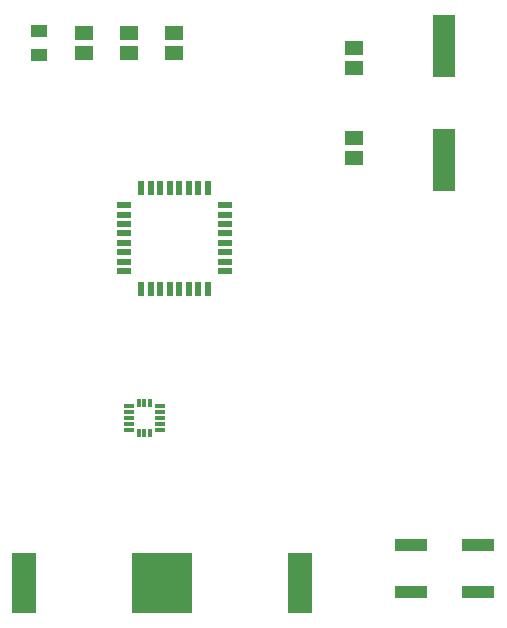
<source format=gtp>
G04 EAGLE Gerber RS-274X export*
G75*
%MOMM*%
%FSLAX34Y34*%
%LPD*%
%INSolderpaste Top*%
%IPPOS*%
%AMOC8*
5,1,8,0,0,1.08239X$1,22.5*%
G01*
%ADD10R,1.500000X1.300000*%
%ADD11R,0.558800X1.270000*%
%ADD12R,1.270000X0.558800*%
%ADD13R,1.400000X1.100000*%
%ADD14R,0.925000X0.300000*%
%ADD15R,0.300000X0.800000*%
%ADD16R,1.930400X5.334000*%
%ADD17R,2.750000X1.000000*%
%ADD18R,2.100000X5.050000*%
%ADD19R,5.050000X5.050000*%


D10*
X114300Y503800D03*
X114300Y486800D03*
X76200Y503800D03*
X76200Y486800D03*
X304800Y491100D03*
X304800Y474100D03*
X304800Y397900D03*
X304800Y414900D03*
X152400Y503800D03*
X152400Y486800D03*
D11*
X180400Y373126D03*
X172400Y373126D03*
X164400Y373126D03*
X156400Y373126D03*
X148400Y373126D03*
X140400Y373126D03*
X132400Y373126D03*
X124400Y373126D03*
D12*
X109474Y358200D03*
X109474Y350200D03*
X109474Y342200D03*
X109474Y334200D03*
X109474Y326200D03*
X109474Y318200D03*
X109474Y310200D03*
X109474Y302200D03*
D11*
X124400Y287274D03*
X132400Y287274D03*
X140400Y287274D03*
X148400Y287274D03*
X156400Y287274D03*
X164400Y287274D03*
X172400Y287274D03*
X180400Y287274D03*
D12*
X195326Y302200D03*
X195326Y310200D03*
X195326Y318200D03*
X195326Y326200D03*
X195326Y334200D03*
X195326Y342200D03*
X195326Y350200D03*
X195326Y358200D03*
D13*
X38100Y485300D03*
X38100Y505300D03*
D14*
X139875Y167800D03*
X139875Y172800D03*
X139875Y177800D03*
X139875Y182800D03*
X139875Y187800D03*
D15*
X132000Y190550D03*
X127000Y190550D03*
X122000Y190550D03*
D14*
X114125Y187800D03*
X114125Y182800D03*
X114125Y177800D03*
X114125Y172800D03*
X114125Y167800D03*
D15*
X122000Y165050D03*
X127000Y165050D03*
X132000Y165050D03*
D16*
X381000Y492760D03*
X381000Y396240D03*
D17*
X409750Y30800D03*
X352250Y30800D03*
X409750Y70800D03*
X352250Y70800D03*
D18*
X25400Y38100D03*
X258400Y38100D03*
D19*
X141900Y38100D03*
M02*

</source>
